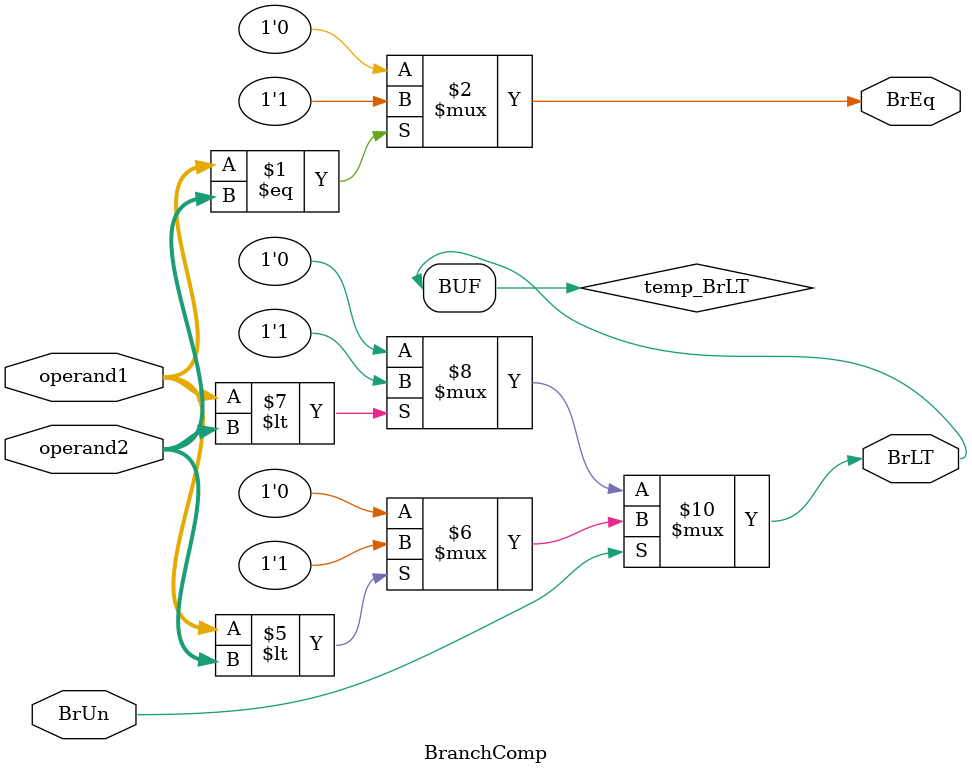
<source format=v>
module BranchComp(
    input [31:0] operand1,
    input [31:0] operand2,
    input BrUn,
    output BrEq,
    output BrLT
);
    // temp reg
    reg temp_BrLT;

    // main part
    assign BrEq = (operand1 == operand2) ? 1'b1 : 1'b0;
    assign BrLT = temp_BrLT;
    always@(*) begin
        if(BrUn == 1'b1) begin
            // unsigned comparasion
            temp_BrLT = (operand1 < operand2) ? 1'b1 : 1'b0;
        end
        else begin
            // signed comparasion
            temp_BrLT = ($signed(operand1) < $signed(operand2)) ? 1'b1 : 1'b0;
        end
    end
endmodule
</source>
